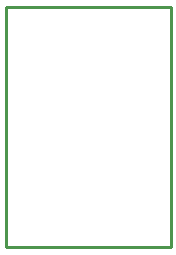
<source format=gbr>
G04 EAGLE Gerber RS-274X export*
G75*
%MOMM*%
%FSLAX34Y34*%
%LPD*%
%IN*%
%IPPOS*%
%AMOC8*
5,1,8,0,0,1.08239X$1,22.5*%
G01*
%ADD10C,0.254000*%


D10*
X0Y0D02*
X139700Y0D01*
X139700Y203200D01*
X0Y203200D01*
X0Y0D01*
M02*

</source>
